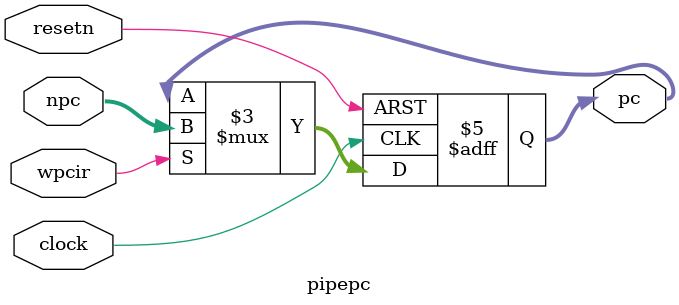
<source format=v>
module pipepc( npc,wpcir,clock,resetn,pc );
	input wire[31:0] npc;
	input clock, resetn, wpcir;
	
	output [31:0] pc;
	reg [31:0] pc;
	
	always @(posedge clock or negedge resetn)
	begin
		if (~resetn)
			begin
				pc <= -4;
			end
		else
			begin 
				if (wpcir)
					begin
					pc <= npc;
					end
			end
	end
endmodule

					

</source>
